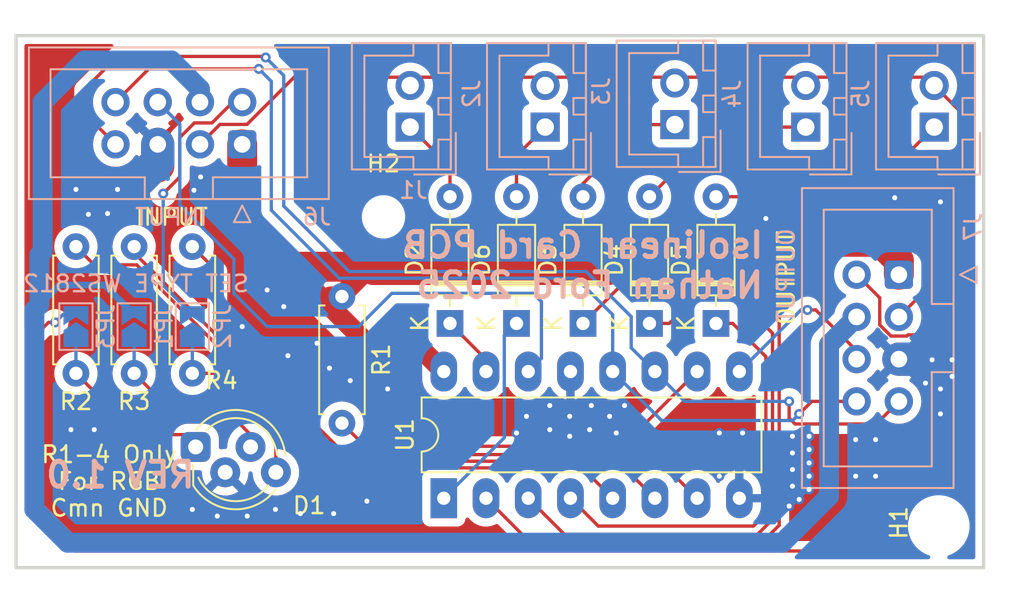
<source format=kicad_pcb>
(kicad_pcb (version 20240108) (generator "pcbnew") (generator_version "8.0")
  (layers (0 "F.Cu" signal) (31 "B.Cu" signal) (34 "B.Paste" user) (35 "F.Paste" user) (36 "B.SilkS" user "B.Silkscreen") (37 "F.SilkS" user "F.Silkscreen") (38 "B.Mask" user) (39 "F.Mask" user) (44 "Edge.Cuts" user))
  (net 0 "")
  (net 1 "Net-(D1-VDD)")
  (net 2 "Net-(D1-DIN)")
  (net 3 "Net-(D1-DOUT)")
  (net 4 "GND")
  (net 5 "/Switch 1")
  (net 6 "Net-(D2-A)")
  (net 7 "Net-(D3-A)")
  (net 8 "/Switch 3")
  (net 9 "/Switch 4")
  (net 10 "Net-(D4-A)")
  (net 11 "/Switch 5")
  (net 12 "Net-(D5-A)")
  (net 13 "/MCU_ANALOG")
  (net 14 "/Latch_Clock")
  (net 15 "/Data_In")
  (net 16 "/Data_Clock")
  (net 17 "/LED_DIN")
  (net 18 "+5V")
  (net 19 "+3V3")
  (net 20 "/LED_Dout")
  (net 21 "/DATA_OUT")
  (net 22 "Net-(U1-~{SRCLR})")
  (net 23 "/LED_R")
  (net 24 "/LED_G")
  (net 25 "/LED_B")
  (net 26 "/Switch 2")
  (net 27 "Net-(D6-A)")
  (footprint "Resistor_THT:R_Axial_DIN0207_L6.3mm_D2.5mm_P7.62mm_Horizontal" (layer "F.Cu") (at 132.5 132.19 -90)
    (property "Reference" "R1" (at 3.81 -2.37 90) (layer "F.SilkS"))
    (property "Value" "10K")
    (pad "1" thru_hole circle (at 0 0 270) (size 1.6 1.6) (drill 0.8) (layers "*.Cu" "*.Mask") (net 19 "+3V3"))
    (pad "2" thru_hole oval (at 7.62 0 270) (size 1.6 1.6) (drill 0.8) (layers "*.Cu" "*.Mask") (net 22 "Net-(U1-~{SRCLR})"))
  )
  (footprint "LED_THT:LED_D5.0mm-4_RGB_Staggered_Pins" (layer "F.Cu") (at 123.7 141.24)
    (property "Reference" "D1" (at 6.826 3.524 0) (layer "F.SilkS"))
    (property "Value" "NeoPixel_THT")
    (pad "1" thru_hole roundrect (at 0 0) (size 1.8 1.8) (drill 0.9) (layers "*.Cu" "*.Mask") (net 3 "Net-(D1-DOUT)"))
    (pad "2" thru_hole circle (at 1.778 1.524) (size 1.8 1.8) (drill 0.9) (layers "*.Cu" "*.Mask") (net 4 "GND"))
    (pad "3" thru_hole circle (at 3.302 0) (size 1.8 1.8) (drill 0.9) (layers "*.Cu" "*.Mask") (net 1 "Net-(D1-VDD)"))
    (pad "4" thru_hole circle (at 4.826 1.524) (size 1.8 1.8) (drill 0.9) (layers "*.Cu" "*.Mask") (net 2 "Net-(D1-DIN)"))
  )
  (footprint "Resistor_THT:R_Axial_DIN0207_L6.3mm_D2.5mm_P7.62mm_Horizontal" (layer "F.Cu") (at 120 129.19 -90)
    (property "Reference" "R3" (at 9.31 0 180) (layer "F.SilkS"))
    (property "Value" "10R")
    (pad "1" thru_hole circle (at 0 0 270) (size 1.6 1.6) (drill 0.8) (layers "*.Cu" "*.Mask") (net 24 "/LED_G"))
    (pad "2" thru_hole oval (at 7.62 0 270) (size 1.6 1.6) (drill 0.8) (layers "*.Cu" "*.Mask") (net 1 "Net-(D1-VDD)"))
  )
  (footprint "Diode_THT:D_DO-35_SOD27_P7.62mm_Horizontal" (layer "F.Cu") (at 143 133.81 90)
    (property "Reference" "D6" (at 3.81 -2.12 90) (layer "F.SilkS"))
    (property "Value" "1N4148")
    (fp_text user "K" (at 0 -1.8 90) (layer "F.SilkS"))
    (pad "1" thru_hole rect (at 0 0 90) (size 1.6 1.6) (drill 0.8) (layers "*.Cu" "*.Mask") (net 26 "/Switch 2"))
    (pad "2" thru_hole oval (at 7.62 0 90) (size 1.6 1.6) (drill 0.8) (layers "*.Cu" "*.Mask") (net 27 "Net-(D6-A)"))
  )
  (footprint "Diode_THT:D_DO-35_SOD27_P7.62mm_Horizontal" (layer "F.Cu") (at 151 133.81 90)
    (property "Reference" "D4" (at 3.81 -2.12 90) (layer "F.SilkS"))
    (property "Value" "1N4148")
    (fp_text user "K" (at 0 -1.8 90) (layer "F.SilkS"))
    (pad "1" thru_hole rect (at 0 0 90) (size 1.6 1.6) (drill 0.8) (layers "*.Cu" "*.Mask") (net 9 "/Switch 4"))
    (pad "2" thru_hole oval (at 7.62 0 90) (size 1.6 1.6) (drill 0.8) (layers "*.Cu" "*.Mask") (net 10 "Net-(D4-A)"))
  )
  (footprint "Diode_THT:D_DO-35_SOD27_P7.62mm_Horizontal" (layer "F.Cu") (at 155 133.81 90)
    (property "Reference" "D5" (at 3.81 -2.12 90) (layer "F.SilkS"))
    (property "Value" "1N4148")
    (fp_text user "K" (at 0 -1.8 90) (layer "F.SilkS"))
    (pad "1" thru_hole rect (at 0 0 90) (size 1.6 1.6) (drill 0.8) (layers "*.Cu" "*.Mask") (net 11 "/Switch 5"))
    (pad "2" thru_hole oval (at 7.62 0 90) (size 1.6 1.6) (drill 0.8) (layers "*.Cu" "*.Mask") (net 12 "Net-(D5-A)"))
  )
  (footprint "Diode_THT:D_DO-35_SOD27_P7.62mm_Horizontal" (layer "F.Cu") (at 139 133.81 90)
    (property "Reference" "D2" (at 3.81 -2.12 90) (layer "F.SilkS"))
    (property "Value" "1N4148")
    (fp_text user "K" (at 0 -1.8 90) (layer "F.SilkS"))
    (pad "1" thru_hole rect (at 0 0 90) (size 1.6 1.6) (drill 0.8) (layers "*.Cu" "*.Mask") (net 5 "/Switch 1"))
    (pad "2" thru_hole oval (at 7.62 0 90) (size 1.6 1.6) (drill 0.8) (layers "*.Cu" "*.Mask") (net 6 "Net-(D2-A)"))
  )
  (footprint "Resistor_THT:R_Axial_DIN0207_L6.3mm_D2.5mm_P7.62mm_Horizontal" (layer "F.Cu") (at 123.5 129.19 -90)
    (property "Reference" "R4" (at 8.06 -1.75 180) (layer "F.SilkS"))
    (property "Value" "10R")
    (pad "1" thru_hole circle (at 0 0 270) (size 1.6 1.6) (drill 0.8) (layers "*.Cu" "*.Mask") (net 25 "/LED_B"))
    (pad "2" thru_hole oval (at 7.62 0 270) (size 1.6 1.6) (drill 0.8) (layers "*.Cu" "*.Mask") (net 2 "Net-(D1-DIN)"))
  )
  (footprint "MountingHole:MountingHole_3.2mm_M3" (layer "F.Cu") (at 168.4 146)
    (property "Reference" "H1" (at -2.4 -0.2 90) (layer "F.SilkS"))
    (property "Value" "MountingHole")
    (pad "" np_thru_hole circle (at 0 0) (size 3.2 3.2) (drill 3.2) (layers "*.Cu" "*.Mask"))
  )
  (footprint "Diode_THT:D_DO-35_SOD27_P7.62mm_Horizontal" (layer "F.Cu") (at 147 133.81 90)
    (property "Reference" "D3" (at 3.81 -2.12 90) (layer "F.SilkS"))
    (property "Value" "1N4148")
    (fp_text user "K" (at 0 -1.8 90) (layer "F.SilkS"))
    (pad "1" thru_hole rect (at 0 0 90) (size 1.6 1.6) (drill 0.8) (layers "*.Cu" "*.Mask") (net 8 "/Switch 3"))
    (pad "2" thru_hole oval (at 7.62 0 90) (size 1.6 1.6) (drill 0.8) (layers "*.Cu" "*.Mask") (net 7 "Net-(D3-A)"))
  )
  (footprint "Package_DIP:DIP-16_W7.62mm_LongPads" (layer "F.Cu") (at 138.625 144.325 90)
    (property "Reference" "U1" (at 3.81 -2.33 90) (layer "F.SilkS"))
    (property "Value" "74HC595")
    (pad "1" thru_hole rect (at 0 0 90) (size 2.4 1.6) (drill 0.8) (layers "*.Cu" "*.Mask") (net 26 "/Switch 2"))
    (pad "2" thru_hole oval (at 0 2.54 90) (size 2.4 1.6) (drill 0.8) (layers "*.Cu" "*.Mask") (net 8 "/Switch 3"))
    (pad "3" thru_hole oval (at 0 5.08 90) (size 2.4 1.6) (drill 0.8) (layers "*.Cu" "*.Mask") (net 9 "/Switch 4"))
    (pad "4" thru_hole oval (at 0 7.62 90) (size 2.4 1.6) (drill 0.8) (layers "*.Cu" "*.Mask") (net 11 "/Switch 5"))
    (pad "5" thru_hole oval (at 0 10.16 90) (size 2.4 1.6) (drill 0.8) (layers "*.Cu" "*.Mask") (net 23 "/LED_R"))
    (pad "6" thru_hole oval (at 0 12.7 90) (size 2.4 1.6) (drill 0.8) (layers "*.Cu" "*.Mask") (net 24 "/LED_G"))
    (pad "7" thru_hole oval (at 0 15.24 90) (size 2.4 1.6) (drill 0.8) (layers "*.Cu" "*.Mask") (net 25 "/LED_B"))
    (pad "8" thru_hole oval (at 0 17.78 90) (size 2.4 1.6) (drill 0.8) (layers "*.Cu" "*.Mask") (net 4 "GND"))
    (pad "9" thru_hole oval (at 7.62 17.78 90) (size 2.4 1.6) (drill 0.8) (layers "*.Cu" "*.Mask") (net 21 "/DATA_OUT"))
    (pad "10" thru_hole oval (at 7.62 15.24 90) (size 2.4 1.6) (drill 0.8) (layers "*.Cu" "*.Mask") (net 22 "Net-(U1-~{SRCLR})"))
    (pad "11" thru_hole oval (at 7.62 12.7 90) (size 2.4 1.6) (drill 0.8) (layers "*.Cu" "*.Mask") (net 16 "/Data_Clock"))
    (pad "12" thru_hole oval (at 7.62 10.16 90) (size 2.4 1.6) (drill 0.8) (layers "*.Cu" "*.Mask") (net 14 "/Latch_Clock"))
    (pad "13" thru_hole oval (at 7.62 7.62 90) (size 2.4 1.6) (drill 0.8) (layers "*.Cu" "*.Mask") (net 4 "GND"))
    (pad "14" thru_hole oval (at 7.62 5.08 90) (size 2.4 1.6) (drill 0.8) (layers "*.Cu" "*.Mask") (net 15 "/Data_In"))
    (pad "15" thru_hole oval (at 7.62 2.54 90) (size 2.4 1.6) (drill 0.8) (layers "*.Cu" "*.Mask") (net 5 "/Switch 1"))
    (pad "16" thru_hole oval (at 7.62 0 90) (size 2.4 1.6) (drill 0.8) (layers "*.Cu" "*.Mask") (net 19 "+3V3"))
  )
  (footprint "MountingHole:MountingHole_2.1mm" (layer "F.Cu") (at 135 127.4)
    (property "Reference" "H2" (at 0 -3.2 0) (layer "F.SilkS"))
    (property "Value" "MountingHole")
    (pad "" np_thru_hole circle (at 0 0) (size 2.1 2.1) (drill 2.1) (layers "*.Cu" "*.Mask"))
  )
  (footprint "Resistor_THT:R_Axial_DIN0207_L6.3mm_D2.5mm_P7.62mm_Horizontal" (layer "F.Cu") (at 116.5 129.19 -90)
    (property "Reference" "R2" (at 9.31 0 180) (layer "F.SilkS"))
    (property "Value" "10R")
    (pad "1" thru_hole circle (at 0 0 270) (size 1.6 1.6) (drill 0.8) (layers "*.Cu" "*.Mask") (net 23 "/LED_R"))
    (pad "2" thru_hole oval (at 7.62 0 270) (size 1.6 1.6) (drill 0.8) (layers "*.Cu" "*.Mask") (net 3 "Net-(D1-DOUT)"))
  )
  (footprint "Connector_IDC:IDC-Header_2x04_P2.54mm_Vertical" (layer "B.Cu") (at 166 130.88 180)
    (property "Reference" "J7" (at -4.46 2.88 90) (layer "B.SilkS") (effects (justify mirror)))
    (property "Value" "OUT")
    (pad "1" thru_hole roundrect (at 0 0 180) (size 1.7 1.7) (drill 1) (layers "*.Cu" "*.Mask") (roundrect_rratio 0.147059) (net 19 "+3V3"))
    (pad "2" thru_hole circle (at 2.54 0 180) (size 1.7 1.7) (drill 1) (layers "*.Cu" "*.Mask") (net 20 "/LED_Dout"))
    (pad "3" thru_hole circle (at 0 -2.54 180) (size 1.7 1.7) (drill 1) (layers "*.Cu" "*.Mask") (net 13 "/MCU_ANALOG"))
    (pad "4" thru_hole circle (at 2.54 -2.54 180) (size 1.7 1.7) (drill 1) (layers "*.Cu" "*.Mask") (net 18 "+5V"))
    (pad "5" thru_hole circle (at 0 -5.08 180) (size 1.7 1.7) (drill 1) (layers "*.Cu" "*.Mask") (net 4 "GND"))
    (pad "6" thru_hole circle (at 2.54 -5.08 180) (size 1.7 1.7) (drill 1) (layers "*.Cu" "*.Mask") (net 21 "/DATA_OUT"))
    (pad "7" thru_hole circle (at 0 -7.62 180) (size 1.7 1.7) (drill 1) (layers "*.Cu" "*.Mask") (net 16 "/Data_Clock"))
    (pad "8" thru_hole circle (at 2.54 -7.62 180) (size 1.7 1.7) (drill 1) (layers "*.Cu" "*.Mask") (net 14 "/Latch_Clock"))
  )
  (footprint "Connectors_JST.pretty-master:JST_XH_B02B-XH-A_02x2.50mm_Straight" (layer "B.Cu") (at 168.125 122 90)
    (property "Reference" "J5" (at 2 -4.425 90) (layer "B.SilkS") (effects (justify mirror)))
    (property "Value" "Conn_01x02_Pin")
    (pad "1" thru_hole rect (at 0 0 90) (size 1.75 1.75) (drill 1.05) (layers "*.Cu" "*.Mask") (net 12 "Net-(D5-A)"))
    (pad "2" thru_hole circle (at 2.5 0 90) (size 1.75 1.75) (drill 1.05) (layers "*.Cu" "*.Mask") (net 13 "/MCU_ANALOG"))
  )
  (footprint "Jumper:SolderJumper-2_P1.3mm_Open_TrianglePad1.0x1.5mm" (layer "B.Cu") (at 116.5 134 90)
    (property "Reference" "JP3" (at 0 1.8 90) (layer "B.SilkS") (effects (justify mirror)))
    (property "Value" "SolderJumper_2_Open")
    (pad "1" smd custom (at -0.725 0 90) (size 0.3 0.3) (layers "B.Cu" "B.Mask") (net 3 "Net-(D1-DOUT)") (options (clearance outline) (anchor rect)) (primitives (gr_poly (pts (xy 1 0) (xy 0.5 -0.75) (xy -0.5 -0.75) (xy -0.5 0.75) (xy 0.5 0.75)) (width 0) (fill yes))))
    (pad "2" smd custom (at 0.725 0 90) (size 0.3 0.3) (layers "B.Cu" "B.Mask") (net 20 "/LED_Dout") (options (clearance outline) (anchor rect)) (primitives (gr_poly (pts (xy 0.5 -0.75) (xy -0.65 -0.75) (xy -0.15 0) (xy -0.65 0.75) (xy 0.5 0.75)) (width 0) (fill yes))))
  )
  (footprint "Jumper:SolderJumper-2_P1.3mm_Open_TrianglePad1.0x1.5mm" (layer "B.Cu") (at 120 134 90)
    (property "Reference" "JP1" (at 0 1.8 90) (layer "B.SilkS") (effects (justify mirror)))
    (property "Value" "SolderJumper_2_Open")
    (pad "1" smd custom (at -0.725 0 90) (size 0.3 0.3) (layers "B.Cu" "B.Mask") (net 1 "Net-(D1-VDD)") (options (clearance outline) (anchor rect)) (primitives (gr_poly (pts (xy 1 0) (xy 0.5 -0.75) (xy -0.5 -0.75) (xy -0.5 0.75) (xy 0.5 0.75)) (width 0) (fill yes))))
    (pad "2" smd custom (at 0.725 0 90) (size 0.3 0.3) (layers "B.Cu" "B.Mask") (net 18 "+5V") (options (clearance outline) (anchor rect)) (primitives (gr_poly (pts (xy 0.5 -0.75) (xy -0.65 -0.75) (xy -0.15 0) (xy -0.65 0.75) (xy 0.5 0.75)) (width 0) (fill yes))))
  )
  (footprint "Jumper:SolderJumper-2_P1.3mm_Open_TrianglePad1.0x1.5mm" (layer "B.Cu") (at 123.5 134 90)
    (property "Reference" "JP2" (at 0 1.8 90) (layer "B.SilkS") (effects (justify mirror)))
    (property "Value" "SolderJumper_2_Open")
    (pad "1" smd custom (at -0.725 0 90) (size 0.3 0.3) (layers "B.Cu" "B.Mask") (net 2 "Net-(D1-DIN)") (options (clearance outline) (anchor rect)) (primitives (gr_poly (pts (xy 1 0) (xy 0.5 -0.75) (xy -0.5 -0.75) (xy -0.5 0.75) (xy 0.5 0.75)) (width 0) (fill yes))))
    (pad "2" smd custom (at 0.725 0 90) (size 0.3 0.3) (layers "B.Cu" "B.Mask") (net 17 "/LED_DIN") (options (clearance outline) (anchor rect)) (primitives (gr_poly (pts (xy 0.5 -0.75) (xy -0.65 -0.75) (xy -0.15 0) (xy -0.65 0.75) (xy 0.5 0.75)) (width 0) (fill yes))))
  )
  (footprint "Connectors_JST.pretty-master:JST_XH_B02B-XH-A_02x2.50mm_Straight" (layer "B.Cu") (at 136.6 122 90)
    (property "Reference" "J1" (at -3.8 0.2 180) (layer "B.SilkS") (effects (justify mirror)))
    (property "Value" "Conn_01x02_Pin")
    (pad "1" thru_hole rect (at 0 0 90) (size 1.75 1.75) (drill 1.05) (layers "*.Cu" "*.Mask") (net 6 "Net-(D2-A)"))
    (pad "2" thru_hole circle (at 2.5 0 90) (size 1.75 1.75) (drill 1.05) (layers "*.Cu" "*.Mask") (net 13 "/MCU_ANALOG"))
  )
  (footprint "Connector_IDC:IDC-Header_2x04_P2.54mm_Vertical" (layer "B.Cu") (at 126.5 123.04 90)
    (property "Reference" "J6" (at -4.36 4.5 180) (layer "B.SilkS") (effects (justify mirror)))
    (property "Value" "IN")
    (pad "1" thru_hole roundrect (at 0 0 90) (size 1.7 1.7) (drill 1) (layers "*.Cu" "*.Mask") (roundrect_rratio 0.147059) (net 19 "+3V3"))
    (pad "2" thru_hole circle (at 2.54 0 90) (size 1.7 1.7) (drill 1) (layers "*.Cu" "*.Mask") (net 17 "/LED_DIN"))
    (pad "3" thru_hole circle (at 0 -2.54 90) (size 1.7 1.7) (drill 1) (layers "*.Cu" "*.Mask") (net 13 "/MCU_ANALOG"))
    (pad "4" thru_hole circle (at 2.54 -2.54 90) (size 1.7 1.7) (drill 1) (layers "*.Cu" "*.Mask") (net 18 "+5V"))
    (pad "5" thru_hole circle (at 0 -5.08 90) (size 1.7 1.7) (drill 1) (layers "*.Cu" "*.Mask") (net 4 "GND"))
    (pad "6" thru_hole circle (at 2.54 -5.08 90) (size 1.7 1.7) (drill 1) (layers "*.Cu" "*.Mask") (net 15 "/Data_In"))
    (pad "7" thru_hole circle (at 0 -7.62 90) (size 1.7 1.7) (drill 1) (layers "*.Cu" "*.Mask") (net 16 "/Data_Clock"))
    (pad "8" thru_hole circle (at 2.54 -7.62 90) (size 1.7 1.7) (drill 1) (layers "*.Cu" "*.Mask") (net 14 "/Latch_Clock"))
  )
  (footprint "Connectors_JST.pretty-master:JST_XH_B02B-XH-A_02x2.50mm_Straight" (layer "B.Cu") (at 144.725 122 90)
    (property "Reference" "J2" (at 2 -4.425 90) (layer "B.SilkS") (effects (justify mirror)))
    (property "Value" "Conn_01x02_Pin")
    (pad "1" thru_hole rect (at 0 0 90) (size 1.75 1.75) (drill 1.05) (layers "*.Cu" "*.Mask") (net 27 "Net-(D6-A)"))
    (pad "2" thru_hole circle (at 2.5 0 90) (size 1.75 1.75) (drill 1.05) (layers "*.Cu" "*.Mask") (net 13 "/MCU_ANALOG"))
  )
  (footprint "Connectors_JST.pretty-master:JST_XH_B02B-XH-A_02x2.50mm_Straight" (layer "B.Cu") (at 160.4 122 90)
    (property "Reference" "J4" (at 2 -4.425 90) (layer "B.SilkS") (effects (justify mirror)))
    (property "Value" "Conn_01x02_Pin")
    (pad "1" thru_hole rect (at 0 0 90) (size 1.75 1.75) (drill 1.05) (layers "*.Cu" "*.Mask") (net 10 "Net-(D4-A)"))
    (pad "2" thru_hole circle (at 2.5 0 90) (size 1.75 1.75) (drill 1.05) (layers "*.Cu" "*.Mask") (net 13 "/MCU_ANALOG"))
  )
  (footprint "Connectors_JST.pretty-master:JST_XH_B02B-XH-A_02x2.50mm_Straight" (layer "B.Cu") (at 152.525 121.85 90)
    (property "Reference" "J3" (at 2 -4.425 90) (layer "B.SilkS") (effects (justify mirror)))
    (property "Value" "Conn_01x02_Pin")
    (pad "1" thru_hole rect (at 0 0 90) (size 1.75 1.75) (drill 1.05) (layers "*.Cu" "*.Mask") (net 7 "Net-(D3-A)"))
    (pad "2" thru_hole circle (at 2.5 0 90) (size 1.75 1.75) (drill 1.05) (layers "*.Cu" "*.Mask") (net 13 "/MCU_ANALOG"))
  )
  (gr_rect (start 112.9 116.5) (end 171.1 148.5) (stroke (width 0.2)) (fill none) (layer "Edge.Cuts"))
  (gr_text "INPUT" (at 124.5 128 0) (layer "B.SilkS") (effects (font (size 1 1)) (justify left bottom mirror)))
  (gr_text "SET TYPE WS2812" (at 127 132 0) (layer "B.SilkS") (effects (font (size 1 1)) (justify left bottom mirror)))
  (gr_text "REV 1.0" (at 123.8 143.8 0) (layer "B.SilkS") (effects (font (size 1.5 1.5) (thickness 0.3) (bold yes)) (justify left bottom mirror)))
  (gr_text "Isolinear Card PCB\nNathan Ford 2025" (at 158 132.4 0) (layer "B.SilkS") (effects (font (size 1.5 1.5) (thickness 0.3) (bold yes)) (justify left bottom mirror)))
  (gr_text "OUTPUT" (at 159.8 128 90) (layer "B.SilkS") (effects (font (size 1 1)) (justify left bottom mirror)))
  (gr_text "R1-4 Only\nFor RGB\nCmn GND" (at 118.5 145.5 0) (layer "F.SilkS") (effects (font (size 1 1)) (justify bottom)))
  (gr_text "OUTPUT" (at 159.8 134 90) (layer "F.SilkS") (effects (font (size 1 1)) (justify left bottom)))
  (gr_text "INPUT" (at 120 128 0) (layer "F.SilkS") (effects (font (size 1 1)) (justify left bottom)))
  (segment (start 121.94 138.75) (end 125.252 138.75) (width 0.2) (layer "F.Cu") (net 1))
  (segment (start 125.252 138.75) (end 127.002 140.5) (width 0.2) (layer "F.Cu") (net 1))
  (segment (start 120 136.81) (end 121.94 138.75) (width 0.2) (layer "F.Cu") (net 1))
  (segment (start 119.976 134.749) (end 120 134.725) (width 0.2) (layer "B.Cu") (net 1))
  (segment (start 120 134.725) (end 120 136.81) (width 0.2) (layer "B.Cu") (net 1))
  (segment (start 123.5 136.81) (end 125.56 136.81) (width 0.2) (layer "F.Cu") (net 2))
  (segment (start 128.526 139.776) (end 128.526 142.024) (width 0.2) (layer "F.Cu") (net 2))
  (segment (start 125.56 136.81) (end 128.526 139.776) (width 0.2) (layer "F.Cu") (net 2))
  (segment (start 123.5 134.725) (end 123.5 136.81) (width 0.2) (layer "B.Cu") (net 2))
  (segment (start 120.19 140.5) (end 123.7 140.5) (width 0.2) (layer "F.Cu") (net 3))
  (segment (start 116.5 136.81) (end 120.19 140.5) (width 0.2) (layer "F.Cu") (net 3))
  (segment (start 116.674 134.899) (end 116.5 134.725) (width 0.2) (layer "B.Cu") (net 3))
  (segment (start 116.5 134.725) (end 116.5 136.81) (width 0.2) (layer "B.Cu") (net 3))
  (segment (start 121.17 124.33) (end 120.25 125.25) (width 2) (layer "F.Cu") (net 4))
  (segment (start 166 135.96) (end 167.96 135.96) (width 2) (layer "F.Cu") (net 4))
  (segment (start 121.42 123.04) (end 121.42 124.33) (width 2) (layer "F.Cu") (net 4))
  (segment (start 167.96 135.96) (end 168 136) (width 0.2) (layer "F.Cu") (net 4))
  (via (at 133 137.25) (size 0.6) (drill 0.3) (layers "F.Cu" "B.Cu") (net 4))
  (via (at 123.6 125.8) (size 0.6) (drill 0.3) (layers "F.Cu" "B.Cu") (net 4))
  (via (at 125 145.4) (size 0.6) (drill 0.3) (layers "F.Cu" "B.Cu") (net 4))
  (via (at 147.5 138.75) (size 0.6) (drill 0.3) (layers "F.Cu" "B.Cu") (net 4))
  (via (at 128 131.8) (size 0.6) (drill 0.3) (layers "F.Cu" "B.Cu") (net 4))
  (via (at 132 145.25) (size 0.6) (drill 0.3) (layers "F.Cu" "B.Cu") (net 4))
  (via (at 158 127.5) (size 0.6) (drill 0.3) (layers "F.Cu" "B.Cu") (net 4))
  (via (at 165.75 126.25) (size 0.6) (drill 0.3) (layers "F.Cu" "B.Cu") (net 4))
  (via (at 143 140.4) (size 0.6) (drill 0.3) (layers "F.Cu" "B.Cu") (net 4))
  (via (at 156.6 140.4) (size 0.6) (drill 0.3) (layers "F.Cu" "B.Cu") (net 4))
  (via (at 116.5 125.75) (size 0.6) (drill 0.3) (layers "F.Cu" "B.Cu") (net 4))
  (via (at 159.4 144.8) (size 0.6) (drill 0.3) (layers "F.Cu" "B.Cu") (net 4))
  (via (at 117.25 127.25) (size 0.6) (drill 0.3) (layers "F.Cu" "B.Cu") (net 4))
  (via (at 148.6 139.4) (size 0.6) (drill 0.3) (layers "F.Cu" "B.Cu") (net 4))
  (via (at 160 144.4) (size 0.6) (drill 0.3) (layers "F.Cu" "B.Cu") (net 4))
  (via (at 145 138.75) (size 0.6) (drill 0.3) (layers "F.Cu" "B.Cu") (net 4))
  (via (at 163.4 143) (size 0.6) (drill 0.3) (layers "F.Cu" "B.Cu") (net 4))
  (via (at 129.25 135.75) (size 0.6) (drill 0.3) (layers "F.Cu" "B.Cu") (net 4))
  (via (at 126.5 134) (size 0.6) (drill 0.3) (layers "F.Cu" "B.Cu") (net 4))
  (via (at 164.6 140.8) (size 0.6) (drill 0.3) (layers "F.Cu" "B.Cu") (net 4))
  (via (at 119 125.75) (size 0.6) (drill 0.3) (layers "F.Cu" "B.Cu") (net 4))
  (via (at 135.25 137.75) (size 0.6) (drill 0.3) (layers "F.Cu" "B.Cu") (net 4))
  (via (at 118.4 127.2) (size 0.6) (drill 0.3) (layers "F.Cu" "B.Cu") (net 4))
  (via (at 160.6 141.4) (size 0.6) (drill 0.3) (layers "F.Cu" "B.Cu") (net 4))
  (via (at 116.2 140.2) (size 0.6) (drill 0.3) (layers "F.Cu" "B.Cu") (net 4))
  (via (at 160.6 143) (size 0.6) (drill 0.3) (layers "F.Cu" "B.Cu") (net 4))
  (via (at 146.2 140.6) (size 0.6) (drill 0.3) (layers "F.Cu" "B.Cu") (net 4))
  (via (at 164.6 143) (size 0.6) (drill 0.3) (layers "F.Cu" "B.Cu") (net 4))
  (via (at 159.6 143.6) (size 0.6) (drill 0.3) (layers "F.Cu" "B.Cu") (net 4))
  (via (at 160.6 142.2) (size 0.6) (drill 0.3) (layers "F.Cu" "B.Cu") (net 4))
  (via (at 159.6 141.6) (size 0.6) (drill 0.3) (layers "F.Cu" "B.Cu") (net 4))
  (via (at 147.4 140.2) (size 0.6) (drill 0.3) (layers "F.Cu" "B.Cu") (net 4))
  (via (at 169.2 136) (size 0.6) (drill 0.3) (layers "F.Cu" "B.Cu") (net 4))
  (via (at 124 125) (size 0.6) (drill 0.3) (layers "F.Cu" "B.Cu") (net 4))
  (via (at 131 135) (size 0.6) (drill 0.3) (layers "F.Cu" "B.Cu") (net 4))
  (via (at 123.5 145) (size 0.6) (drill 0.3) (layers "F.Cu" "B.Cu") (net 4))
  (via (at 117.6 140.2) (size 0.6) (drill 0.3) (layers "F.Cu" "B.Cu") (net 4))
  (via (at 159.6 140.6) (size 0.6) (drill 0.3) (layers "F.Cu" "B.Cu") (net 4))
  (via (at 160.6 140.6) (size 0.6) (drill 0.3) (layers "F.Cu" "B.Cu") (net 4))
  (via (at 130 145.25) (size 0.6) (drill 0.3) (layers "F.Cu" "B.Cu") (net 4))
  (via (at 146.2 139.4) (size 0.6) (drill 0.3) (layers "F.Cu" "B.Cu") (net 4))
  (via (at 145 140.2) (size 0.6) (drill 0.3) (layers "F.Cu" "B.Cu") (net 4))
  (via (at 155.2 143) (size 0.6) (drill 0.3) (layers "F.Cu" "B.Cu") (net 4))
  (via (at 143.6 139.4) (size 0.6) (drill 0.3) (layers "F.Cu" "B.Cu") (net 4))
  (via (at 167.6 137.4) (size 0.6) (drill 0.3) (layers "F.Cu" "B.Cu") (net 4))
  (via (at 131.75 136.5) (size 0.6) (drill 0.3) (layers "F.Cu" "B.Cu") (net 4))
  (via (at 129 132.8) (size 0.6) (drill 0.3) (layers "F.Cu" "B.Cu") (net 4))
  (via (at 168.5 139.25) (size 0.6) (drill 0.3) (layers "F.Cu" "B.Cu") (net 4))
  (via (at 168.5 137.75) (size 0.6) (drill 0.3) (layers "F.Cu" "B.Cu") (net 4))
  (via (at 159.6 142.6) (size 0.6) (drill 0.3) (layers "F.Cu" "B.Cu") (net 4))
  (via (at 149 140.4) (size 0.6) (drill 0.3) (layers "F.Cu" "B.Cu") (net 4))
  (via (at 168 136) (size 0.6) (drill 0.3) (layers "F.Cu" "B.Cu") (net 4))
  (via (at 163.4 140.8) (size 0.6) (drill 0.3) (layers "F.Cu" "B.Cu") (net 4))
  (via (at 126.8 145.4) (size 0.6) (drill 0.3) (layers "F.Cu" "B.Cu") (net 4))
  (via (at 128.5 145) (size 0.6) (drill 0.3) (layers "F.Cu" "B.Cu") (net 4))
  (via (at 149.5 138.75) (size 0.6) (drill 0.3) (layers "F.Cu" "B.Cu") (net 4))
  (via (at 155.2 140.4) (size 0.6) (drill 0.3) (layers "F.Cu" "B.Cu") (net 4))
  (via (at 168.5 126.5) (size 0.6) (drill 0.3) (layers "F.Cu" "B.Cu") (net 4))
  (via (at 134 144.5) (size 0.6) (drill 0.3) (layers "F.Cu" "B.Cu") (net 4))
  (via (at 169.2 137) (size 0.6) (drill 0.3) (layers "F.Cu" "B.Cu") (net 4))
  (via (at 160.6 143.8) (size 0.6) (drill 0.3) (layers "F.Cu" "B.Cu") (net 4))
  (segment (start 121.42 124.08) (end 120.375 125.125) (width 2) (layer "B.Cu") (net 4))
  (segment (start 166 135.96) (end 167.96 135.96) (width 2) (layer "B.Cu") (net 4))
  (segment (start 167.96 135.96) (end 168 136) (width 2) (layer "B.Cu") (net 4))
  (segment (start 121.42 123.04) (end 121.42 124.08) (width 2) (layer "B.Cu") (net 4))
  (segment (start 141.165 135.975) (end 141.165 136.705) (width 0.2) (layer "F.Cu") (net 5))
  (segment (start 139 133.81) (end 141.165 135.975) (width 0.2) (layer "F.Cu") (net 5))
  (segment (start 139 126.19) (end 139 124.4) (width 0.2) (layer "F.Cu") (net 6))
  (segment (start 139 124.4) (end 136.6 122) (width 0.2) (layer "F.Cu") (net 6))
  (segment (start 150.55 121.85) (end 152.525 121.85) (width 0.2) (layer "F.Cu") (net 7))
  (segment (start 147 126.19) (end 147 125.4) (width 0.2) (layer "F.Cu") (net 7))
  (segment (start 147 125.4) (end 150.55 121.85) (width 0.2) (layer "F.Cu") (net 7))
  (segment (start 158.8 133.3) (end 158.8 145.95) (width 0.2) (layer "F.Cu") (net 8))
  (segment (start 149.81 131) (end 156.5 131) (width 0.2) (layer "F.Cu") (net 8))
  (segment (start 157.75 147) (end 143.84 147) (width 0.2) (layer "F.Cu") (net 8))
  (segment (start 143.84 147) (end 141.165 144.325) (width 0.2) (layer "F.Cu") (net 8))
  (segment (start 156.5 131) (end 158.8 133.3) (width 0.2) (layer "F.Cu") (net 8))
  (segment (start 147 133.81) (end 149.81 131) (width 0.2) (layer "F.Cu") (net 8))
  (segment (start 158.8 145.95) (end 157.75 147) (width 0.2) (layer "F.Cu") (net 8))
  (segment (start 158.4 134.4) (end 158.4 145.6) (width 0.2) (layer "F.Cu") (net 9))
  (segment (start 152.19 133.81) (end 154 132) (width 0.2) (layer "F.Cu") (net 9))
  (segment (start 157.5 146.5) (end 145.88 146.5) (width 0.2) (layer "F.Cu") (net 9))
  (segment (start 154 132) (end 156 132) (width 0.2) (layer "F.Cu") (net 9))
  (segment (start 145.88 146.5) (end 143.705 144.325) (width 0.2) (layer "F.Cu") (net 9))
  (segment (start 158.4 145.6) (end 157.5 146.5) (width 0.2) (layer "F.Cu") (net 9))
  (segment (start 156 132) (end 158.4 134.4) (width 0.2) (layer "F.Cu") (net 9))
  (segment (start 151 133.81) (end 152.19 133.81) (width 0.2) (layer "F.Cu") (net 9))
  (segment (start 158.2 122) (end 160.4 122) (width 0.2) (layer "F.Cu") (net 10))
  (segment (start 156 124.2) (end 158.2 122) (width 0.2) (layer "F.Cu") (net 10))
  (segment (start 151 126.19) (end 152.99 124.2) (width 0.2) (layer "F.Cu") (net 10))
  (segment (start 152.99 124.2) (end 156 124.2) (width 0.2) (layer "F.Cu") (net 10))
  (segment (start 158 145.25) (end 157.25 146) (width 0.2) (layer "F.Cu") (net 11))
  (segment (start 158 135.81) (end 158 145.25) (width 0.2) (layer "F.Cu") (net 11))
  (segment (start 155 133.81) (end 156 133.81) (width 0.2) (layer "F.Cu") (net 11))
  (segment (start 157.25 146) (end 147.92 146) (width 0.2) (layer "F.Cu") (net 11))
  (segment (start 147.92 146) (end 146.245 144.325) (width 0.2) (layer "F.Cu") (net 11))
  (segment (start 156 133.81) (end 158 135.81) (width 0.2) (layer "F.Cu") (net 11))
  (segment (start 163.935 126.19) (end 168.125 122) (width 0.2) (layer "F.Cu") (net 12))
  (segment (start 155 126.19) (end 163.935 126.19) (width 0.2) (layer "F.Cu") (net 12))
  (segment (start 133.5 119) (end 167.625 119) (width 0.2) (layer "F.Cu") (net 13))
  (segment (start 170 129.42) (end 166 133.42) (width 0.2) (layer "F.Cu") (net 13))
  (segment (start 133.5 119) (end 134.475 119) (width 0.2) (layer "F.Cu") (net 13))
  (segment (start 125.16 121.84) (end 123.96 123.04) (width 0.2) (layer "F.Cu") (net 13))
  (segment (start 133.5 119) (end 129.626346 119) (width 0.2) (layer "F.Cu") (net 13))
  (segment (start 129.626346 119) (end 126.786346 121.84) (width 0.2) (layer "F.Cu") (net 13))
  (segment (start 170 121.375) (end 170 129.42) (width 0.2) (layer "F.Cu") (net 13))
  (segment (start 126.786346 121.84) (end 125.16 121.84) (width 0.2) (layer "F.Cu") (net 13))
  (segment (start 167.625 119) (end 168.125 119.5) (width 0.2) (layer "F.Cu") (net 13))
  (segment (start 168.125 119.5) (end 170 121.375) (width 0.2) (layer "F.Cu") (net 13))
  (segment (start 127.5 118.5) (end 120.88 118.5) (width 0.2) (layer "F.Cu") (net 14))
  (segment (start 120.88 118.5) (end 118.88 120.5) (width 0.2) (layer "F.Cu") (net 14))
  (segment (start 160.002983 139.258949) (end 160.761932 138.5) (width 0.2) (layer "F.Cu") (net 14))
  (segment (start 160.761932 138.5) (end 163.46 138.5) (width 0.2) (layer "F.Cu") (net 14))
  (via (at 127.5 118.5) (size 0.6) (drill 0.3) (layers "F.Cu" "B.Cu") (net 14))
  (via (at 160.002983 139.258949) (size 0.6) (drill 0.3) (layers "F.Cu" "B.Cu") (net 14))
  (segment (start 128.25 119.25) (end 128.25 127) (width 0.2) (layer "B.Cu") (net 14))
  (segment (start 148.785 133.285) (end 148.785 136.705) (width 0.2) (layer "B.Cu") (net 14))
  (segment (start 132.34 131.09) (end 146.59 131.09) (width 0.2) (layer "B.Cu") (net 14))
  (segment (start 160.002983 139.258949) (end 159.611932 139.65) (width 0.2) (layer "B.Cu") (net 14))
  (segment (start 127.5 118.5) (end 128.25 119.25) (width 0.2) (layer "B.Cu") (net 14))
  (segment (start 146.59 131.09) (end 148.785 133.285) (width 0.2) (layer "B.Cu") (net 14))
  (segment (start 159.611932 139.65) (end 151.73 139.65) (width 0.2) (layer "B.Cu") (net 14))
  (segment (start 128.25 127) (end 132.34 131.09) (width 0.2) (layer "B.Cu") (net 14))
  (segment (start 151.73 139.65) (end 148.785 136.705) (width 0.2) (layer "B.Cu") (net 14))
  (segment (start 144.5 132.5) (end 144 132) (width 0.2) (layer "B.Cu") (net 15))
  (segment (start 135.5 132) (end 133.5 134) (width 0.2) (layer "B.Cu") (net 15))
  (segment (start 144.5 135.91) (end 144.5 132.5) (width 0.2) (layer "B.Cu") (net 15))
  (segment (start 126 129.934314) (end 122.75 126.684314) (width 0.2) (layer "B.Cu") (net 15))
  (segment (start 144 132) (end 135.5 132) (width 0.2) (layer "B.Cu") (net 15))
  (segment (start 122.75 121.83) (end 121.42 120.5) (width 0.2) (layer "B.Cu") (net 15))
  (segment (start 143.705 136.705) (end 144.5 135.91) (width 0.2) (layer "B.Cu") (net 15))
  (segment (start 126 132) (end 126 129.934314) (width 0.2) (layer "B.Cu") (net 15))
  (segment (start 133.5 134) (end 128 134) (width 0.2) (layer "B.Cu") (net 15))
  (segment (start 122.75 126.684314) (end 122.75 121.83) (width 0.2) (layer "B.Cu") (net 15))
  (segment (start 128 134) (end 126 132) (width 0.2) (layer "B.Cu") (net 15))
  (segment (start 159.754454 139.858949) (end 164.641051 139.858949) (width 0.2) (layer "F.Cu") (net 16))
  (segment (start 127.847595 117.75) (end 119 117.75) (width 0.2) (layer "F.Cu") (net 16))
  (segment (start 119 117.75) (end 117 119.75) (width 0.2) (layer "F.Cu") (net 16))
  (segment (start 164.641051 139.858949) (end 166 138.5) (width 0.2) (layer "F.Cu") (net 16))
  (segment (start 127.911598 117.814003) (end 127.847595 117.75) (width 0.2) (layer "F.Cu") (net 16))
  (segment (start 117 121.16) (end 118.88 123.04) (width 0.2) (layer "F.Cu") (net 16))
  (segment (start 159.4 139.504495) (end 159.754454 139.858949) (width 0.2) (layer "F.Cu") (net 16))
  (segment (start 159.4 138.5) (end 159.4 139.504495) (width 0.2) (layer "F.Cu") (net 16))
  (segment (start 117 119.75) (end 117 121.16) (width 0.2) (layer "F.Cu") (net 16))
  (via (at 159.4 138.5) (size 0.6) (drill 0.3) (layers "F.Cu" "B.Cu") (net 16))
  (via (at 127.911598 117.814003) (size 0.6) (drill 0.3) (layers "F.Cu" "B.Cu") (net 16))
  (segment (start 132.94 130.69) (end 147.19 130.69) (width 0.2) (layer "B.Cu") (net 16))
  (segment (start 129 118.902405) (end 129 126.75) (width 0.2) (layer "B.Cu") (net 16))
  (segment (start 149.9 135.28) (end 151.325 136.705) (width 0.2) (layer "B.Cu") (net 16))
  (segment (start 129 126.75) (end 132.94 130.69) (width 0.2) (layer "B.Cu") (net 16))
  (segment (start 153.12 138.5) (end 151.325 136.705) (width 0.2) (layer "B.Cu") (net 16))
  (segment (start 149.9 133.4) (end 149.9 135.28) (width 0.2) (layer "B.Cu") (net 16))
  (segment (start 127.911598 117.814003) (end 129 118.902405) (width 0.2) (layer "B.Cu") (net 16))
  (segment (start 147.19 130.69) (end 149.9 133.4) (width 0.2) (layer "B.Cu") (net 16))
  (segment (start 159.4 138.5) (end 153.12 138.5) (width 0.2) (layer "B.Cu") (net 16))
  (segment (start 121.75 126) (end 122.75 125) (width 0.2) (layer "F.Cu") (net 17))
  (segment (start 124.684314 121.75) (end 125.934314 120.5) (width 0.2) (layer "F.Cu") (net 17))
  (segment (start 122.75 122.623654) (end 123.623654 121.75) (width 0.2) (layer "F.Cu") (net 17))
  (segment (start 123.623654 121.75) (end 124.684314 121.75) (width 0.2) (layer "F.Cu") (net 17))
  (segment (start 122.75 125) (end 122.75 122.623654) (width 0.2) (layer "F.Cu") (net 17))
  (segment (start 125.934314 120.5) (end 126.5 120.5) (width 0.2) (layer "F.Cu") (net 17))
  (via (at 121.75 126) (size 0.6) (drill 0.3) (layers "F.Cu" "B.Cu") (net 17))
  (segment (start 121.75 126) (end 121.75 131.525) (width 0.2) (layer "B.Cu") (net 17))
  (segment (start 121.75 131.525) (end 123.5 133.275) (width 0.2) (layer "B.Cu") (net 17))
  (segment (start 115.5 131.5) (end 118.225 131.5) (width 0.4) (layer "B.Cu") (net 18))
  (segment (start 159 147) (end 161.8 144.2) (width 1.2) (layer "B.Cu") (net 18))
  (segment (start 123.96 119.71) (end 123.96 120.5) (width 1.2) (layer "B.Cu") (net 18))
  (segment (start 114.5 120.5) (end 117 118) (width 1.2) (layer "B.Cu") (net 18))
  (segment (start 114.3 132.7) (end 114 133) (width 1.2) (layer "B.Cu") (net 18))
  (segment (start 114.5 129.5) (end 114.5 120.5) (width 1.2) (layer "B.Cu") (net 18))
  (segment (start 117 118) (end 122.25 118) (width 1.2) (layer "B.Cu") (net 18))
  (segment (start 114 145) (end 116 147) (width 1.2) (layer "B.Cu") (net 18))
  (segment (start 114.3 129.7) (end 114.5 129.5) (width 1.2) (layer "B.Cu") (net 18))
  (segment (start 118.225 131.5) (end 120 133.275) (width 0.4) (layer "B.Cu") (net 18))
  (segment (start 114.3 132.7) (end 115.5 131.5) (width 0.4) (layer "B.Cu") (net 18))
  (segment (start 161.8 135.08) (end 163.46 133.42) (width 1.2) (layer "B.Cu") (net 18))
  (segment (start 122.25 118) (end 123.96 119.71) (width 1.2) (layer "B.Cu") (net 18))
  (segment (start 114.3 132.7) (end 114.3 129.7) (width 1.2) (layer "B.Cu") (net 18))
  (segment (start 116 147) (end 159 147) (width 1.2) (layer "B.Cu") (net 18))
  (segment (start 161.8 144.2) (end 161.8 135.08) (width 1.2) (layer "B.Cu") (net 18))
  (segment (start 114 133) (end 114 145) (width 1.2) (layer "B.Cu") (net 18))
  (segment (start 129.4 130.4) (end 128.5 129.5) (width 1.8) (layer "F.Cu") (net 19))
  (segment (start 132.41 132.19) (end 131.81 132.19) (width 1.2) (layer "F.Cu") (net 19))
  (segment (start 131.81 132.19) (end 131.5 132.5) (width 1.2) (layer "F.Cu") (net 19))
  (segment (start 150.212944 128.9) (end 164.87 128.9) (width 1.8) (layer "F.Cu") (net 19))
  (segment (start 133 134) (end 131.5 132.5) (width 1.2) (layer "F.Cu") (net 19))
  (segment (start 134.2 130.4) (end 132.41 132.19) (width 1.2) (layer "F.Cu") (net 19))
  (segment (start 134.2 130.4) (end 134.4 130.6) (width 1.8) (layer "F.Cu") (net 19))
  (segment (start 134.2 130.4) (end 129.4 130.4) (width 1.8) (layer "F.Cu") (net 19))
  (segment (start 137.11 135.19) (end 138.625 136.705) (width 1.2) (layer "F.Cu") (net 19))
  (segment (start 126.5 127.5) (end 126.5 123.04) (width 1.8) (layer "F.Cu") (net 19))
  (segment (start 134.19 135.19) (end 133 134) (width 1.2) (layer "F.Cu") (net 19))
  (segment (start 135 135.19) (end 137.11 135.19) (width 1.2) (layer "F.Cu") (net 19))
  (segment (start 148.512944 130.6) (end 150.212944 128.9) (width 1.8) (layer "F.Cu") (net 19))
  (segment (start 166 130.03) (end 166 130.88) (width 1.8) (layer "F.Cu") (net 19))
  (segment (start 131.5 132.5) (end 128 129) (width 1.2) (layer "F.Cu") (net 19))
  (segment (start 135 135.19) (end 134.19 135.19) (width 1.2) (layer "F.Cu") (net 19))
  (segment (start 128.5 129.5) (end 126.5 127.5) (width 1.8) (layer "F.Cu") (net 19))
  (segment (start 128.5 129.5) (end 128 129) (width 1.8) (layer "F.Cu") (net 19))
  (segment (start 134.4 130.6) (end 148.512944 130.6) (width 1.8) (layer "F.Cu") (net 19))
  (segment (start 164.87 128.9) (end 166 130.03) (width 1.8) (layer "F.Cu") (net 19))
  (segment (start 169 134.5) (end 166.546346 134.5) (width 0.2) (layer "F.Cu") (net 20))
  (segment (start 164.85 132.27) (end 163.46 130.88) (width 0.2) (layer "F.Cu") (net 20))
  (segment (start 113.8 134.8) (end 113.8 144.8) (width 0.2) (layer "F.Cu") (net 20))
  (segment (start 114.85 133.75) (end 113.8 134.8) (width 0.2) (layer "F.Cu") (net 20))
  (segment (start 170 135.5) (end 169 134.5) (width 0.2) (layer "F.Cu") (net 20))
  (segment (start 113.8 144.8) (end 116.5 147.5) (width 0.2) (layer "F.Cu") (net 20))
  (segment (start 115.25 133.75) (end 114.85 133.75) (width 0.2) (layer "F.Cu") (net 20))
  (segment (start 161.1 147.5) (end 170 138.6) (width 0.2) (layer "F.Cu") (net 20))
  (segment (start 116.5 147.5) (end 161.1 147.5) (width 0.2) (layer "F.Cu") (net 20))
  (segment (start 166.546346 134.5) (end 166.476346 134.57) (width 0.2) (layer "F.Cu") (net 20))
  (segment (start 170 138.6) (end 170 135.5) (width 0.2) (layer "F.Cu") (net 20))
  (segment (start 164.85 133.896346) (end 164.85 132.27) (width 0.2) (layer "F.Cu") (net 20))
  (segment (start 166.476346 134.57) (end 165.523654 134.57) (width 0.2) (layer "F.Cu") (net 20))
  (segment (start 165.523654 134.57) (end 164.85 133.896346) (width 0.2) (layer "F.Cu") (net 20))
  (via (at 115.25 133.75) (size 0.6) (drill 0.3) (layers "F.Cu" "B.Cu") (net 20))
  (segment (start 115.725 133.275) (end 116.5 133.275) (width 0.2) (layer "B.Cu") (net 20))
  (segment (start 115.25 133.75) (end 115.725 133.275) (width 0.2) (layer "B.Cu") (net 20))
  (segment (start 161 133) (end 163.46 135.46) (width 0.2) (layer "F.Cu") (net 21))
  (segment (start 163.46 135.46) (end 163.46 135.96) (width 0.2) (layer "F.Cu") (net 21))
  (segment (start 160.5 133) (end 161 133) (width 0.2) (layer "F.Cu") (net 21))
  (via (at 160.5 133) (size 0.6) (drill 0.3) (layers "F.Cu" "B.Cu") (net 21))
  (segment (start 156.405 136.705) (end 160.11 133) (width 0.2) (layer "B.Cu") (net 21))
  (segment (start 160.11 133) (end 160.5 133) (width 0.2) (layer "B.Cu") (net 21))
  (segment (start 156.405 136.705) (end 156.81 137.11) (width 0.2) (layer "B.Cu") (net 21))
  (segment (start 132.5 139.81) (end 133.89 141.2) (width 0.2) (layer "F.Cu") (net 22))
  (segment (start 133.89 141.2) (end 149.37 141.2) (width 0.2) (layer "F.Cu") (net 22))
  (segment (start 149.37 141.2) (end 153.865 136.705) (width 0.2) (layer "F.Cu") (net 22))
  (segment (start 132.368628 142.5) (end 120.158628 130.29) (width 0.2) (layer "F.Cu") (net 23))
  (segment (start 117.6 130.29) (end 116.5 129.19) (width 0.2) (layer "F.Cu") (net 23))
  (segment (start 146.96 142.5) (end 132.368628 142.5) (width 0.2) (layer "F.Cu") (net 23))
  (segment (start 148.785 144.325) (end 146.96 142.5) (width 0.2) (layer "F.Cu") (net 23))
  (segment (start 120.158628 130.29) (end 117.6 130.29) (width 0.2) (layer "F.Cu") (net 23))
  (segment (start 120 129.565686) (end 120 129.19) (width 0.2) (layer "F.Cu") (net 24))
  (segment (start 132.534314 142.1) (end 120 129.565686) (width 0.2) (layer "F.Cu") (net 24))
  (segment (start 149.1 142.1) (end 132.534314 142.1) (width 0.2) (layer "F.Cu") (net 24))
  (segment (start 151.325 144.325) (end 149.1 142.1) (width 0.2) (layer "F.Cu") (net 24))
  (segment (start 151.24 141.7) (end 153.865 144.325) (width 0.2) (layer "F.Cu") (net 25))
  (segment (start 132.7 141.7) (end 151.24 141.7) (width 0.2) (layer "F.Cu") (net 25))
  (segment (start 125 134) (end 132.7 141.7) (width 0.2) (layer "F.Cu") (net 25))
  (segment (start 125 130.69) (end 125 134) (width 0.2) (layer "F.Cu") (net 25))
  (segment (start 123.5 129.19) (end 125 130.69) (width 0.2) (layer "F.Cu") (net 25))
  (segment (start 143 133.81) (end 142.265 134.545) (width 0.2) (layer "B.Cu") (net 26))
  (segment (start 142.265 134.545) (end 142.265 140.685) (width 0.2) (layer "B.Cu") (net 26))
  (segment (start 142.265 140.685) (end 138.625 144.325) (width 0.2) (layer "B.Cu") (net 26))
  (segment (start 142.95 126.14) (end 143 126.19) (width 0.2) (layer "F.Cu") (net 27))
  (segment (start 143 126.19) (end 143 123.725) (width 0.2) (layer "F.Cu") (net 27))
  (segment (start 143 123.725) (end 144.725 122) (width 0.2) (layer "F.Cu") (net 27))
  (zone (net 4) (net_name "GND") (layers "F&B.Cu") (connect_pads (clearance 0.5)) (min_thickness 0.25) (fill yes (thermal_gap 0.5) (thermal_bridge_width 0.5))
    (polygon (pts (xy 113 116.5) (xy 171 116.5) (xy 171 148.5) (xy 113 148.5)))
  )
)
</source>
